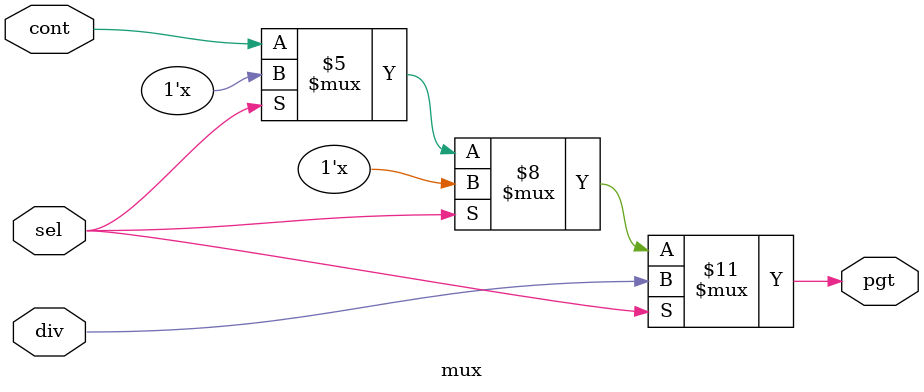
<source format=v>
module mux (
            input wire cont, div, sel,
            output reg pgt);

// OBS:
// sel -> chave de seleção que recebe sinla do enable
// cont -> entrada do mux que recebe saída do contador não reciclavel
// div -> entrada do mux que recebe saída do divisor do clock
// pgt_1Hz -> positive going trasition passada para o cronômetro

    always @(sel, div, cont) begin
        
        if (sel == 1'b1) //magnetron ligado
            pgt = div; // saida de positive going transition contínua em 1 Hz
        
        else if (sel == 1'b0)// magnetron desligado
            pgt = cont;
        
    end

    
endmodule

</source>
